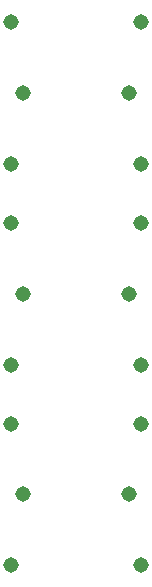
<source format=gbl>
G75*
%MOIN*%
%OFA0B0*%
%FSLAX25Y25*%
%IPPOS*%
%LPD*%
%AMOC8*
5,1,8,0,0,1.08239X$1,22.5*
%
%ADD10C,0.05150*%
D10*
X0054370Y0008874D03*
X0058307Y0032496D03*
X0054370Y0056118D03*
X0054370Y0075803D03*
X0058307Y0099425D03*
X0054370Y0123047D03*
X0054370Y0142732D03*
X0058307Y0166354D03*
X0054370Y0189976D03*
X0093740Y0166354D03*
X0097677Y0142732D03*
X0097677Y0123047D03*
X0093740Y0099425D03*
X0097677Y0075803D03*
X0097677Y0056118D03*
X0093740Y0032496D03*
X0097677Y0008874D03*
X0097677Y0189976D03*
M02*

</source>
